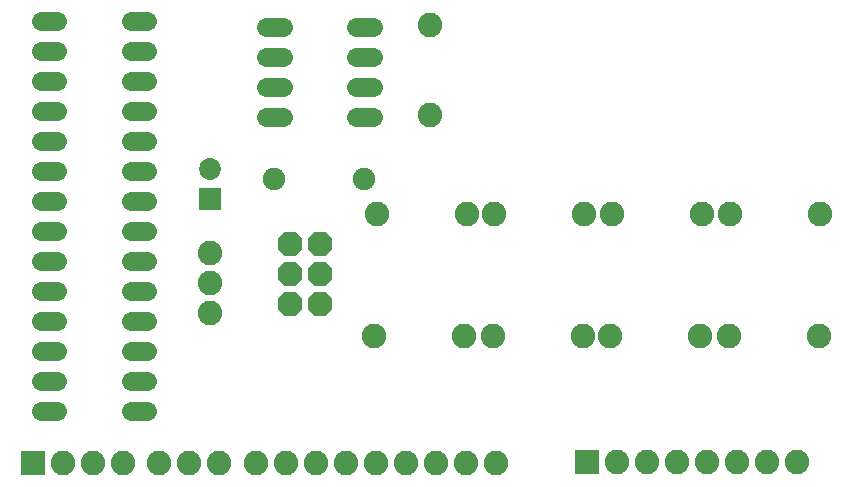
<source format=gts>
G75*
G70*
%OFA0B0*%
%FSLAX24Y24*%
%IPPOS*%
%LPD*%
%AMOC8*
5,1,8,0,0,1.08239X$1,22.5*
%
%ADD10C,0.0820*%
%ADD11C,0.0640*%
%ADD12R,0.0820X0.0820*%
%ADD13OC8,0.0820*%
%ADD14C,0.0753*%
%ADD15R,0.0730X0.0730*%
%ADD16C,0.0730*%
D10*
X001892Y001979D03*
X002892Y001979D03*
X003892Y001979D03*
X005113Y001971D03*
X006113Y001971D03*
X007113Y001971D03*
X008341Y001979D03*
X009341Y001979D03*
X010341Y001979D03*
X011341Y001979D03*
X012341Y001979D03*
X013341Y001979D03*
X014341Y001979D03*
X015341Y001979D03*
X016341Y001979D03*
X020361Y002023D03*
X021361Y002023D03*
X022361Y002023D03*
X023361Y002023D03*
X024361Y002023D03*
X025361Y002023D03*
X026361Y002023D03*
X027121Y006200D03*
X024121Y006200D03*
X023132Y006204D03*
X020132Y006204D03*
X019227Y006204D03*
X016227Y006204D03*
X015270Y006215D03*
X012270Y006215D03*
X006814Y006975D03*
X006814Y007975D03*
X006814Y008975D03*
X012365Y010278D03*
X015365Y010278D03*
X016270Y010278D03*
X019270Y010278D03*
X020219Y010274D03*
X023219Y010274D03*
X024144Y010274D03*
X027144Y010274D03*
X014144Y013558D03*
X014144Y016558D03*
D11*
X012227Y016503D02*
X011667Y016503D01*
X011667Y015503D02*
X012227Y015503D01*
X012227Y014503D02*
X011667Y014503D01*
X011667Y013503D02*
X012227Y013503D01*
X009227Y013503D02*
X008667Y013503D01*
X008667Y014503D02*
X009227Y014503D01*
X009227Y015503D02*
X008667Y015503D01*
X008667Y016503D02*
X009227Y016503D01*
X004720Y016700D02*
X004160Y016700D01*
X004160Y015700D02*
X004720Y015700D01*
X004720Y014700D02*
X004160Y014700D01*
X004160Y013700D02*
X004720Y013700D01*
X004720Y012700D02*
X004160Y012700D01*
X004160Y011700D02*
X004720Y011700D01*
X004720Y010700D02*
X004160Y010700D01*
X004160Y009700D02*
X004720Y009700D01*
X004720Y008700D02*
X004160Y008700D01*
X004160Y007700D02*
X004720Y007700D01*
X004720Y006700D02*
X004160Y006700D01*
X004160Y005700D02*
X004720Y005700D01*
X004720Y004700D02*
X004160Y004700D01*
X004160Y003700D02*
X004720Y003700D01*
X001720Y003700D02*
X001160Y003700D01*
X001160Y004700D02*
X001720Y004700D01*
X001720Y005700D02*
X001160Y005700D01*
X001160Y006700D02*
X001720Y006700D01*
X001720Y007700D02*
X001160Y007700D01*
X001160Y008700D02*
X001720Y008700D01*
X001720Y009700D02*
X001160Y009700D01*
X001160Y010700D02*
X001720Y010700D01*
X001720Y011700D02*
X001160Y011700D01*
X001160Y012700D02*
X001720Y012700D01*
X001720Y013700D02*
X001160Y013700D01*
X001160Y014700D02*
X001720Y014700D01*
X001720Y015700D02*
X001160Y015700D01*
X001160Y016700D02*
X001720Y016700D01*
D12*
X000892Y001979D03*
X019361Y002023D03*
D13*
X010479Y007286D03*
X009479Y007286D03*
X009479Y008286D03*
X010479Y008286D03*
X010479Y009286D03*
X009479Y009286D03*
D14*
X008924Y011456D03*
X011924Y011456D03*
D15*
X006821Y010771D03*
D16*
X006821Y011771D03*
M02*

</source>
